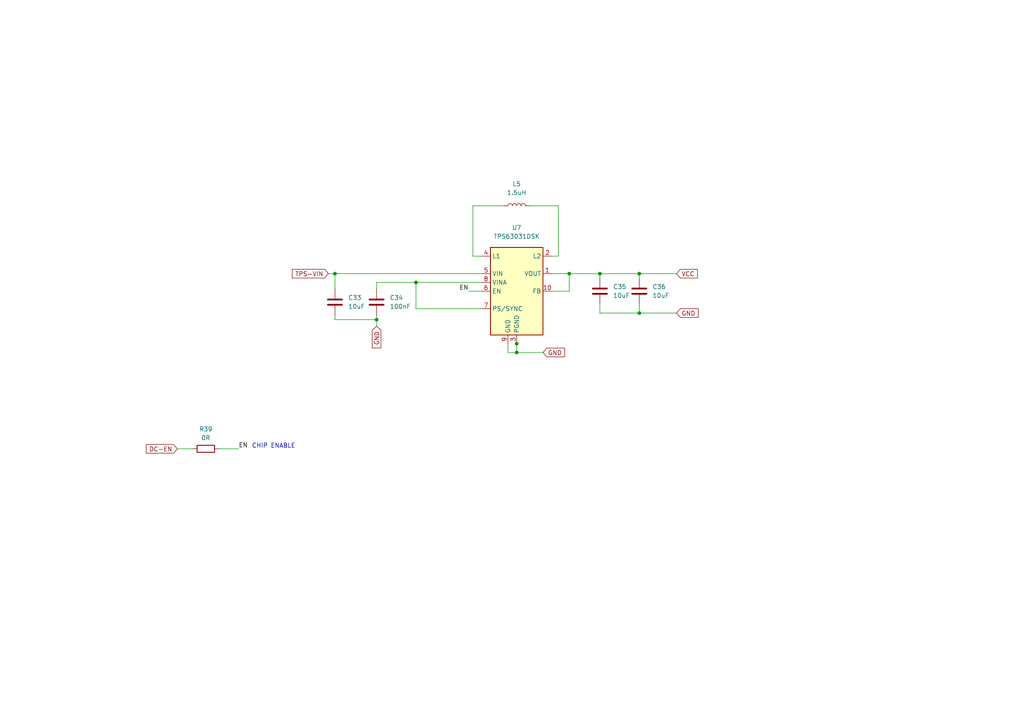
<source format=kicad_sch>
(kicad_sch (version 20211123) (generator eeschema)
  (paper "A4")
  (lib_symbols
    (symbol "Device:C" (pin_numbers hide) (pin_names (offset 0.254))
      (property "Reference" "C" (at 0.635 2.54 0))
      (property "Value" "C" (at 0.635 -2.54 0))
      (symbol "C_0_1"
        (polyline (pts (xy -2.032 -0.762) (xy 2.032 -0.762)) (stroke (width 0.508)))
        (polyline (pts (xy -2.032 0.762) (xy 2.032 0.762)) (stroke (width 0.508)))
      )
      (symbol "C_1_1"
        (pin passive line (at 0 3.81 270) (length 2.794) (name "~") (number "1"))
        (pin passive line (at 0 -3.81 90) (length 2.794) (name "~") (number "2"))
      )
    )
    (symbol "Device:L" (pin_numbers hide) (pin_names (offset 1.016) hide)
      (property "Reference" "L" (at -1.27 0 90))
      (property "Value" "L" (at 1.905 0 90))
      (symbol "L_0_1"
        (arc (start 0 -2.54) (mid 0.635 -1.905) (end 0 -1.27))
        (arc (start 0 -1.27) (mid 0.635 -0.635) (end 0 0))
        (arc (start 0 0) (mid 0.635 0.635) (end 0 1.27))
        (arc (start 0 1.27) (mid 0.635 1.905) (end 0 2.54))
      )
      (symbol "L_1_1"
        (pin passive line (at 0 3.81 270) (length 1.27) (name "1") (number "1"))
        (pin passive line (at 0 -3.81 90) (length 1.27) (name "2") (number "2"))
      )
    )
    (symbol "Device:R" (pin_numbers hide) (pin_names (offset 0))
      (property "Reference" "R" (at 2.032 0 90))
      (property "Value" "R" (at 0 0 90))
      (symbol "R_0_1"
        (rectangle (start -1.016 -2.54) (end 1.016 2.54) (stroke (width 0.254)))
      )
      (symbol "R_1_1"
        (pin passive line (at 0 3.81 270) (length 1.27) (name "~") (number "1"))
        (pin passive line (at 0 -3.81 90) (length 1.27) (name "~") (number "2"))
      )
    )
    (symbol "Regulator_Switching:TPS63031DSK"
      (property "Reference" "U" (at -7.62 13.97 0))
      (property "Value" "TPS63031DSK" (at 5.08 13.97 0))
      (symbol "TPS63031DSK_0_1"
        (rectangle (start -7.62 12.7) (end 7.62 -12.7) (stroke (width 0.254)) (fill (type background)))
      )
      (symbol "TPS63031DSK_1_1"
        (pin power_out line (at 10.16 5.08 180) (length 2.54) (name "VOUT") (number "1"))
        (pin input line (at 10.16 0 180) (length 2.54) (name "FB") (number "10"))
        (pin passive line (at 0 -15.24 90) (length 2.54) hide (name "PGND") (number "11"))
        (pin input line (at 10.16 10.16 180) (length 2.54) (name "L2") (number "2"))
        (pin power_in line (at 0 -15.24 90) (length 2.54) (name "PGND") (number "3"))
        (pin input line (at -10.16 10.16 0) (length 2.54) (name "L1") (number "4"))
        (pin power_in line (at -10.16 5.08 0) (length 2.54) (name "VIN") (number "5"))
        (pin input line (at -10.16 0 0) (length 2.54) (name "EN") (number "6"))
        (pin input line (at -10.16 -5.08 0) (length 2.54) (name "PS/SYNC") (number "7"))
        (pin passive line (at -10.16 2.54 0) (length 2.54) (name "VINA") (number "8"))
        (pin power_in line (at -2.54 -15.24 90) (length 2.54) (name "GND") (number "9"))
      )
    )
  )
  (junction (at 173.99 79.375))
  (junction (at 149.86 102.235))
  (junction (at 97.155 79.375))
  (junction (at 185.42 79.375))
  (junction (at 120.65 81.915))
  (junction (at 149.86 99.695))
  (junction (at 165.1 79.375))
  (junction (at 109.22 92.71))
  (junction (at 185.42 90.805))
  (wire (pts (xy 51.435 130.175) (xy 55.88 130.175)))
  (wire (pts (xy 109.22 94.615) (xy 109.22 92.71)))
  (wire (pts (xy 173.99 79.375) (xy 173.99 80.645)))
  (wire (pts (xy 173.99 88.265) (xy 173.99 90.805)))
  (wire (pts (xy 153.67 59.69) (xy 161.925 59.69)))
  (wire (pts (xy 137.16 74.295) (xy 137.16 59.69)))
  (wire (pts (xy 149.86 99.695) (xy 149.86 102.235)))
  (wire (pts (xy 149.86 99.06) (xy 149.86 99.695)))
  (wire (pts (xy 185.42 79.375) (xy 196.215 79.375)))
  (wire (pts (xy 147.32 99.695) (xy 147.32 102.235)))
  (wire (pts (xy 137.16 59.69) (xy 146.05 59.69)))
  (wire (pts (xy 135.89 84.455) (xy 139.7 84.455)))
  (wire (pts (xy 185.42 79.375) (xy 185.42 80.645)))
  (wire (pts (xy 149.86 102.235) (xy 157.48 102.235)))
  (wire (pts (xy 97.155 79.375) (xy 97.155 83.82)))
  (wire (pts (xy 173.99 79.375) (xy 185.42 79.375)))
  (wire (pts (xy 109.22 81.915) (xy 109.22 83.82)))
  (wire (pts (xy 139.7 74.295) (xy 137.16 74.295)))
  (wire (pts (xy 165.1 79.375) (xy 173.99 79.375)))
  (wire (pts (xy 109.22 81.915) (xy 120.65 81.915)))
  (wire (pts (xy 185.42 88.265) (xy 185.42 90.805)))
  (wire (pts (xy 95.25 79.375) (xy 97.155 79.375)))
  (wire (pts (xy 120.65 81.915) (xy 139.7 81.915)))
  (wire (pts (xy 109.22 92.71) (xy 97.155 92.71)))
  (wire (pts (xy 120.65 81.915) (xy 120.65 89.535)))
  (wire (pts (xy 165.1 79.375) (xy 165.1 84.455)))
  (wire (pts (xy 160.02 79.375) (xy 165.1 79.375)))
  (wire (pts (xy 161.925 59.69) (xy 161.925 74.295)))
  (wire (pts (xy 97.155 79.375) (xy 139.7 79.375)))
  (wire (pts (xy 109.22 92.71) (xy 109.22 91.44)))
  (wire (pts (xy 69.215 130.175) (xy 63.5 130.175)))
  (wire (pts (xy 173.99 90.805) (xy 185.42 90.805)))
  (wire (pts (xy 161.925 74.295) (xy 160.02 74.295)))
  (wire (pts (xy 97.155 92.71) (xy 97.155 91.44)))
  (wire (pts (xy 120.65 89.535) (xy 139.7 89.535)))
  (wire (pts (xy 147.32 102.235) (xy 149.86 102.235)))
  (wire (pts (xy 165.1 84.455) (xy 160.02 84.455)))
  (wire (pts (xy 185.42 90.805) (xy 196.215 90.805)))
  (text "CHIP ENABLE" (at 73.025 130.175 0) (effects (font (size 1.27 1.27)) (justify left bottom)))
  (label "EN" (at 69.215 130.175 0))
  (label "EN" (at 135.89 84.455 180))
  (global_label "GND" (shape input) (at 157.48 102.235 0) (property "Intersheet References" "${INTERSHEET_REFS}" (effects hide)))
  (global_label "TPS-VIN" (shape input) (at 95.25 79.375 180) (property "Intersheet References" "${INTERSHEET_REFS}" (effects hide)))
  (global_label "DC-EN" (shape input) (at 51.435 130.175 180) (property "Intersheet References" "${INTERSHEET_REFS}" (effects hide)))
  (global_label "GND" (shape input) (at 196.215 90.805 0) (property "Intersheet References" "${INTERSHEET_REFS}" (effects hide)))
  (global_label "VCC" (shape input) (at 196.215 79.375 0) (property "Intersheet References" "${INTERSHEET_REFS}" (effects hide)))
  (global_label "GND" (shape input) (at 109.22 94.615 270) (property "Intersheet References" "${INTERSHEET_REFS}" (effects hide)))
  (symbol (lib_id "Regulator_Switching:TPS63031DSK") (at 149.86 84.455 0) (unit 1)
    (property "Reference" "U7" (at 149.86 66.04 0))
    (property "Value" "TPS63031DSK" (at 149.86 68.58 0))
    (property "Footprint" "Package_SON:WSON-10-1EP_2.5x2.5mm_P0.5mm_EP1.2x2mm" (effects hide))
    (property "Datasheet" "http://www.ti.com/lit/ds/symlink/tps63031.pdf" (effects hide))
  )
  (symbol (lib_id "Device:C") (at 185.42 84.455 0) (unit 1)
    (property "Reference" "C36" (at 189.23 83.1849 0) (effects (justify left)))
    (property "Value" "10uF" (at 189.23 85.7249 0) (effects (justify left)))
    (property "Footprint" "Capacitor_SMD:C_0603_1608Metric" (effects hide))
  )
  (symbol (lib_id "Device:C") (at 97.155 87.63 0) (unit 1)
    (property "Reference" "C33" (at 100.965 86.3599 0) (effects (justify left)))
    (property "Value" "10uF" (at 100.965 88.8999 0) (effects (justify left)))
    (property "Footprint" "Capacitor_SMD:C_0603_1608Metric" (effects hide))
  )
  (symbol (lib_id "Device:R") (at 59.69 130.175 90) (unit 1)
    (property "Reference" "R39" (at 59.69 124.46 90))
    (property "Value" "0R" (at 59.69 127 90))
    (property "Footprint" "Resistor_SMD:R_0603_1608Metric" (effects hide))
  )
  (symbol (lib_id "Device:L") (at 149.86 59.69 90) (unit 1)
    (property "Reference" "L5" (at 149.86 53.34 90))
    (property "Value" "1.5uH" (at 149.86 55.88 90))
    (property "Footprint" "Inductor_SMD:L_Coilcraft_XxL4020" (effects hide))
  )
  (symbol (lib_id "Device:C") (at 173.99 84.455 0) (unit 1)
    (property "Reference" "C35" (at 177.8 83.1849 0) (effects (justify left)))
    (property "Value" "10uF" (at 177.8 85.7249 0) (effects (justify left)))
    (property "Footprint" "Capacitor_SMD:C_0603_1608Metric" (effects hide))
  )
  (symbol (lib_id "Device:C") (at 109.22 87.63 0) (unit 1)
    (property "Reference" "C34" (at 113.03 86.3599 0) (effects (justify left)))
    (property "Value" "100nF" (at 113.03 88.8999 0) (effects (justify left)))
    (property "Footprint" "Capacitor_SMD:C_0603_1608Metric" (effects hide))
  )
)
</source>
